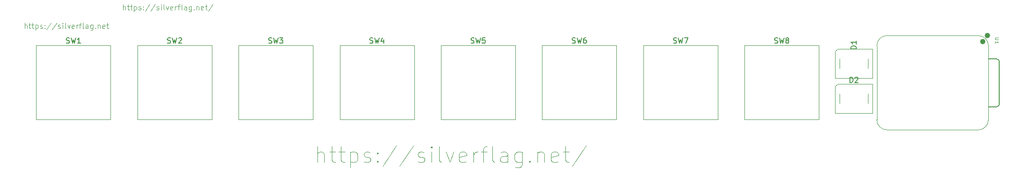
<source format=gbr>
%TF.GenerationSoftware,KiCad,Pcbnew,9.0.3*%
%TF.CreationDate,2025-07-11T23:54:28+00:00*%
%TF.ProjectId,hackpadhahaha,6861636b-7061-4646-9861-686168612e6b,rev?*%
%TF.SameCoordinates,Original*%
%TF.FileFunction,Legend,Top*%
%TF.FilePolarity,Positive*%
%FSLAX46Y46*%
G04 Gerber Fmt 4.6, Leading zero omitted, Abs format (unit mm)*
G04 Created by KiCad (PCBNEW 9.0.3) date 2025-07-11 23:54:28*
%MOMM*%
%LPD*%
G01*
G04 APERTURE LIST*
%ADD10C,0.100000*%
%ADD11C,0.101600*%
%ADD12C,0.150000*%
%ADD13C,0.127000*%
%ADD14C,0.504000*%
%ADD15C,0.120000*%
G04 APERTURE END LIST*
D10*
X145280074Y-77127657D02*
X145280074Y-74127657D01*
X146565789Y-77127657D02*
X146565789Y-75556228D01*
X146565789Y-75556228D02*
X146422931Y-75270514D01*
X146422931Y-75270514D02*
X146137217Y-75127657D01*
X146137217Y-75127657D02*
X145708646Y-75127657D01*
X145708646Y-75127657D02*
X145422931Y-75270514D01*
X145422931Y-75270514D02*
X145280074Y-75413371D01*
X147565789Y-75127657D02*
X148708646Y-75127657D01*
X147994360Y-74127657D02*
X147994360Y-76699085D01*
X147994360Y-76699085D02*
X148137217Y-76984800D01*
X148137217Y-76984800D02*
X148422932Y-77127657D01*
X148422932Y-77127657D02*
X148708646Y-77127657D01*
X149280075Y-75127657D02*
X150422932Y-75127657D01*
X149708646Y-74127657D02*
X149708646Y-76699085D01*
X149708646Y-76699085D02*
X149851503Y-76984800D01*
X149851503Y-76984800D02*
X150137218Y-77127657D01*
X150137218Y-77127657D02*
X150422932Y-77127657D01*
X151422932Y-75127657D02*
X151422932Y-78127657D01*
X151422932Y-75270514D02*
X151708647Y-75127657D01*
X151708647Y-75127657D02*
X152280075Y-75127657D01*
X152280075Y-75127657D02*
X152565789Y-75270514D01*
X152565789Y-75270514D02*
X152708647Y-75413371D01*
X152708647Y-75413371D02*
X152851504Y-75699085D01*
X152851504Y-75699085D02*
X152851504Y-76556228D01*
X152851504Y-76556228D02*
X152708647Y-76841942D01*
X152708647Y-76841942D02*
X152565789Y-76984800D01*
X152565789Y-76984800D02*
X152280075Y-77127657D01*
X152280075Y-77127657D02*
X151708647Y-77127657D01*
X151708647Y-77127657D02*
X151422932Y-76984800D01*
X153994361Y-76984800D02*
X154280075Y-77127657D01*
X154280075Y-77127657D02*
X154851504Y-77127657D01*
X154851504Y-77127657D02*
X155137218Y-76984800D01*
X155137218Y-76984800D02*
X155280075Y-76699085D01*
X155280075Y-76699085D02*
X155280075Y-76556228D01*
X155280075Y-76556228D02*
X155137218Y-76270514D01*
X155137218Y-76270514D02*
X154851504Y-76127657D01*
X154851504Y-76127657D02*
X154422933Y-76127657D01*
X154422933Y-76127657D02*
X154137218Y-75984800D01*
X154137218Y-75984800D02*
X153994361Y-75699085D01*
X153994361Y-75699085D02*
X153994361Y-75556228D01*
X153994361Y-75556228D02*
X154137218Y-75270514D01*
X154137218Y-75270514D02*
X154422933Y-75127657D01*
X154422933Y-75127657D02*
X154851504Y-75127657D01*
X154851504Y-75127657D02*
X155137218Y-75270514D01*
X156565789Y-76841942D02*
X156708646Y-76984800D01*
X156708646Y-76984800D02*
X156565789Y-77127657D01*
X156565789Y-77127657D02*
X156422932Y-76984800D01*
X156422932Y-76984800D02*
X156565789Y-76841942D01*
X156565789Y-76841942D02*
X156565789Y-77127657D01*
X156565789Y-75270514D02*
X156708646Y-75413371D01*
X156708646Y-75413371D02*
X156565789Y-75556228D01*
X156565789Y-75556228D02*
X156422932Y-75413371D01*
X156422932Y-75413371D02*
X156565789Y-75270514D01*
X156565789Y-75270514D02*
X156565789Y-75556228D01*
X160137217Y-73984800D02*
X157565789Y-77841942D01*
X163280074Y-73984800D02*
X160708646Y-77841942D01*
X164137217Y-76984800D02*
X164422931Y-77127657D01*
X164422931Y-77127657D02*
X164994360Y-77127657D01*
X164994360Y-77127657D02*
X165280074Y-76984800D01*
X165280074Y-76984800D02*
X165422931Y-76699085D01*
X165422931Y-76699085D02*
X165422931Y-76556228D01*
X165422931Y-76556228D02*
X165280074Y-76270514D01*
X165280074Y-76270514D02*
X164994360Y-76127657D01*
X164994360Y-76127657D02*
X164565789Y-76127657D01*
X164565789Y-76127657D02*
X164280074Y-75984800D01*
X164280074Y-75984800D02*
X164137217Y-75699085D01*
X164137217Y-75699085D02*
X164137217Y-75556228D01*
X164137217Y-75556228D02*
X164280074Y-75270514D01*
X164280074Y-75270514D02*
X164565789Y-75127657D01*
X164565789Y-75127657D02*
X164994360Y-75127657D01*
X164994360Y-75127657D02*
X165280074Y-75270514D01*
X166708645Y-77127657D02*
X166708645Y-75127657D01*
X166708645Y-74127657D02*
X166565788Y-74270514D01*
X166565788Y-74270514D02*
X166708645Y-74413371D01*
X166708645Y-74413371D02*
X166851502Y-74270514D01*
X166851502Y-74270514D02*
X166708645Y-74127657D01*
X166708645Y-74127657D02*
X166708645Y-74413371D01*
X168565788Y-77127657D02*
X168280073Y-76984800D01*
X168280073Y-76984800D02*
X168137216Y-76699085D01*
X168137216Y-76699085D02*
X168137216Y-74127657D01*
X169422931Y-75127657D02*
X170137217Y-77127657D01*
X170137217Y-77127657D02*
X170851502Y-75127657D01*
X173137216Y-76984800D02*
X172851502Y-77127657D01*
X172851502Y-77127657D02*
X172280074Y-77127657D01*
X172280074Y-77127657D02*
X171994359Y-76984800D01*
X171994359Y-76984800D02*
X171851502Y-76699085D01*
X171851502Y-76699085D02*
X171851502Y-75556228D01*
X171851502Y-75556228D02*
X171994359Y-75270514D01*
X171994359Y-75270514D02*
X172280074Y-75127657D01*
X172280074Y-75127657D02*
X172851502Y-75127657D01*
X172851502Y-75127657D02*
X173137216Y-75270514D01*
X173137216Y-75270514D02*
X173280074Y-75556228D01*
X173280074Y-75556228D02*
X173280074Y-75841942D01*
X173280074Y-75841942D02*
X171851502Y-76127657D01*
X174565788Y-77127657D02*
X174565788Y-75127657D01*
X174565788Y-75699085D02*
X174708645Y-75413371D01*
X174708645Y-75413371D02*
X174851503Y-75270514D01*
X174851503Y-75270514D02*
X175137217Y-75127657D01*
X175137217Y-75127657D02*
X175422931Y-75127657D01*
X175994360Y-75127657D02*
X177137217Y-75127657D01*
X176422931Y-77127657D02*
X176422931Y-74556228D01*
X176422931Y-74556228D02*
X176565788Y-74270514D01*
X176565788Y-74270514D02*
X176851503Y-74127657D01*
X176851503Y-74127657D02*
X177137217Y-74127657D01*
X178565789Y-77127657D02*
X178280074Y-76984800D01*
X178280074Y-76984800D02*
X178137217Y-76699085D01*
X178137217Y-76699085D02*
X178137217Y-74127657D01*
X180994361Y-77127657D02*
X180994361Y-75556228D01*
X180994361Y-75556228D02*
X180851503Y-75270514D01*
X180851503Y-75270514D02*
X180565789Y-75127657D01*
X180565789Y-75127657D02*
X179994361Y-75127657D01*
X179994361Y-75127657D02*
X179708646Y-75270514D01*
X180994361Y-76984800D02*
X180708646Y-77127657D01*
X180708646Y-77127657D02*
X179994361Y-77127657D01*
X179994361Y-77127657D02*
X179708646Y-76984800D01*
X179708646Y-76984800D02*
X179565789Y-76699085D01*
X179565789Y-76699085D02*
X179565789Y-76413371D01*
X179565789Y-76413371D02*
X179708646Y-76127657D01*
X179708646Y-76127657D02*
X179994361Y-75984800D01*
X179994361Y-75984800D02*
X180708646Y-75984800D01*
X180708646Y-75984800D02*
X180994361Y-75841942D01*
X183708647Y-75127657D02*
X183708647Y-77556228D01*
X183708647Y-77556228D02*
X183565789Y-77841942D01*
X183565789Y-77841942D02*
X183422932Y-77984800D01*
X183422932Y-77984800D02*
X183137218Y-78127657D01*
X183137218Y-78127657D02*
X182708647Y-78127657D01*
X182708647Y-78127657D02*
X182422932Y-77984800D01*
X183708647Y-76984800D02*
X183422932Y-77127657D01*
X183422932Y-77127657D02*
X182851504Y-77127657D01*
X182851504Y-77127657D02*
X182565789Y-76984800D01*
X182565789Y-76984800D02*
X182422932Y-76841942D01*
X182422932Y-76841942D02*
X182280075Y-76556228D01*
X182280075Y-76556228D02*
X182280075Y-75699085D01*
X182280075Y-75699085D02*
X182422932Y-75413371D01*
X182422932Y-75413371D02*
X182565789Y-75270514D01*
X182565789Y-75270514D02*
X182851504Y-75127657D01*
X182851504Y-75127657D02*
X183422932Y-75127657D01*
X183422932Y-75127657D02*
X183708647Y-75270514D01*
X185137218Y-76841942D02*
X185280075Y-76984800D01*
X185280075Y-76984800D02*
X185137218Y-77127657D01*
X185137218Y-77127657D02*
X184994361Y-76984800D01*
X184994361Y-76984800D02*
X185137218Y-76841942D01*
X185137218Y-76841942D02*
X185137218Y-77127657D01*
X186565789Y-75127657D02*
X186565789Y-77127657D01*
X186565789Y-75413371D02*
X186708646Y-75270514D01*
X186708646Y-75270514D02*
X186994361Y-75127657D01*
X186994361Y-75127657D02*
X187422932Y-75127657D01*
X187422932Y-75127657D02*
X187708646Y-75270514D01*
X187708646Y-75270514D02*
X187851504Y-75556228D01*
X187851504Y-75556228D02*
X187851504Y-77127657D01*
X190422932Y-76984800D02*
X190137218Y-77127657D01*
X190137218Y-77127657D02*
X189565790Y-77127657D01*
X189565790Y-77127657D02*
X189280075Y-76984800D01*
X189280075Y-76984800D02*
X189137218Y-76699085D01*
X189137218Y-76699085D02*
X189137218Y-75556228D01*
X189137218Y-75556228D02*
X189280075Y-75270514D01*
X189280075Y-75270514D02*
X189565790Y-75127657D01*
X189565790Y-75127657D02*
X190137218Y-75127657D01*
X190137218Y-75127657D02*
X190422932Y-75270514D01*
X190422932Y-75270514D02*
X190565790Y-75556228D01*
X190565790Y-75556228D02*
X190565790Y-75841942D01*
X190565790Y-75841942D02*
X189137218Y-76127657D01*
X191422933Y-75127657D02*
X192565790Y-75127657D01*
X191851504Y-74127657D02*
X191851504Y-76699085D01*
X191851504Y-76699085D02*
X191994361Y-76984800D01*
X191994361Y-76984800D02*
X192280076Y-77127657D01*
X192280076Y-77127657D02*
X192565790Y-77127657D01*
X195708647Y-73984800D02*
X193137219Y-77841942D01*
X108803884Y-48372419D02*
X108803884Y-47372419D01*
X109232455Y-48372419D02*
X109232455Y-47848609D01*
X109232455Y-47848609D02*
X109184836Y-47753371D01*
X109184836Y-47753371D02*
X109089598Y-47705752D01*
X109089598Y-47705752D02*
X108946741Y-47705752D01*
X108946741Y-47705752D02*
X108851503Y-47753371D01*
X108851503Y-47753371D02*
X108803884Y-47800990D01*
X109565789Y-47705752D02*
X109946741Y-47705752D01*
X109708646Y-47372419D02*
X109708646Y-48229561D01*
X109708646Y-48229561D02*
X109756265Y-48324800D01*
X109756265Y-48324800D02*
X109851503Y-48372419D01*
X109851503Y-48372419D02*
X109946741Y-48372419D01*
X110137218Y-47705752D02*
X110518170Y-47705752D01*
X110280075Y-47372419D02*
X110280075Y-48229561D01*
X110280075Y-48229561D02*
X110327694Y-48324800D01*
X110327694Y-48324800D02*
X110422932Y-48372419D01*
X110422932Y-48372419D02*
X110518170Y-48372419D01*
X110851504Y-47705752D02*
X110851504Y-48705752D01*
X110851504Y-47753371D02*
X110946742Y-47705752D01*
X110946742Y-47705752D02*
X111137218Y-47705752D01*
X111137218Y-47705752D02*
X111232456Y-47753371D01*
X111232456Y-47753371D02*
X111280075Y-47800990D01*
X111280075Y-47800990D02*
X111327694Y-47896228D01*
X111327694Y-47896228D02*
X111327694Y-48181942D01*
X111327694Y-48181942D02*
X111280075Y-48277180D01*
X111280075Y-48277180D02*
X111232456Y-48324800D01*
X111232456Y-48324800D02*
X111137218Y-48372419D01*
X111137218Y-48372419D02*
X110946742Y-48372419D01*
X110946742Y-48372419D02*
X110851504Y-48324800D01*
X111708647Y-48324800D02*
X111803885Y-48372419D01*
X111803885Y-48372419D02*
X111994361Y-48372419D01*
X111994361Y-48372419D02*
X112089599Y-48324800D01*
X112089599Y-48324800D02*
X112137218Y-48229561D01*
X112137218Y-48229561D02*
X112137218Y-48181942D01*
X112137218Y-48181942D02*
X112089599Y-48086704D01*
X112089599Y-48086704D02*
X111994361Y-48039085D01*
X111994361Y-48039085D02*
X111851504Y-48039085D01*
X111851504Y-48039085D02*
X111756266Y-47991466D01*
X111756266Y-47991466D02*
X111708647Y-47896228D01*
X111708647Y-47896228D02*
X111708647Y-47848609D01*
X111708647Y-47848609D02*
X111756266Y-47753371D01*
X111756266Y-47753371D02*
X111851504Y-47705752D01*
X111851504Y-47705752D02*
X111994361Y-47705752D01*
X111994361Y-47705752D02*
X112089599Y-47753371D01*
X112565790Y-48277180D02*
X112613409Y-48324800D01*
X112613409Y-48324800D02*
X112565790Y-48372419D01*
X112565790Y-48372419D02*
X112518171Y-48324800D01*
X112518171Y-48324800D02*
X112565790Y-48277180D01*
X112565790Y-48277180D02*
X112565790Y-48372419D01*
X112565790Y-47753371D02*
X112613409Y-47800990D01*
X112613409Y-47800990D02*
X112565790Y-47848609D01*
X112565790Y-47848609D02*
X112518171Y-47800990D01*
X112518171Y-47800990D02*
X112565790Y-47753371D01*
X112565790Y-47753371D02*
X112565790Y-47848609D01*
X113756265Y-47324800D02*
X112899123Y-48610514D01*
X114803884Y-47324800D02*
X113946742Y-48610514D01*
X115089599Y-48324800D02*
X115184837Y-48372419D01*
X115184837Y-48372419D02*
X115375313Y-48372419D01*
X115375313Y-48372419D02*
X115470551Y-48324800D01*
X115470551Y-48324800D02*
X115518170Y-48229561D01*
X115518170Y-48229561D02*
X115518170Y-48181942D01*
X115518170Y-48181942D02*
X115470551Y-48086704D01*
X115470551Y-48086704D02*
X115375313Y-48039085D01*
X115375313Y-48039085D02*
X115232456Y-48039085D01*
X115232456Y-48039085D02*
X115137218Y-47991466D01*
X115137218Y-47991466D02*
X115089599Y-47896228D01*
X115089599Y-47896228D02*
X115089599Y-47848609D01*
X115089599Y-47848609D02*
X115137218Y-47753371D01*
X115137218Y-47753371D02*
X115232456Y-47705752D01*
X115232456Y-47705752D02*
X115375313Y-47705752D01*
X115375313Y-47705752D02*
X115470551Y-47753371D01*
X115946742Y-48372419D02*
X115946742Y-47705752D01*
X115946742Y-47372419D02*
X115899123Y-47420038D01*
X115899123Y-47420038D02*
X115946742Y-47467657D01*
X115946742Y-47467657D02*
X115994361Y-47420038D01*
X115994361Y-47420038D02*
X115946742Y-47372419D01*
X115946742Y-47372419D02*
X115946742Y-47467657D01*
X116565789Y-48372419D02*
X116470551Y-48324800D01*
X116470551Y-48324800D02*
X116422932Y-48229561D01*
X116422932Y-48229561D02*
X116422932Y-47372419D01*
X116851504Y-47705752D02*
X117089599Y-48372419D01*
X117089599Y-48372419D02*
X117327694Y-47705752D01*
X118089599Y-48324800D02*
X117994361Y-48372419D01*
X117994361Y-48372419D02*
X117803885Y-48372419D01*
X117803885Y-48372419D02*
X117708647Y-48324800D01*
X117708647Y-48324800D02*
X117661028Y-48229561D01*
X117661028Y-48229561D02*
X117661028Y-47848609D01*
X117661028Y-47848609D02*
X117708647Y-47753371D01*
X117708647Y-47753371D02*
X117803885Y-47705752D01*
X117803885Y-47705752D02*
X117994361Y-47705752D01*
X117994361Y-47705752D02*
X118089599Y-47753371D01*
X118089599Y-47753371D02*
X118137218Y-47848609D01*
X118137218Y-47848609D02*
X118137218Y-47943847D01*
X118137218Y-47943847D02*
X117661028Y-48039085D01*
X118565790Y-48372419D02*
X118565790Y-47705752D01*
X118565790Y-47896228D02*
X118613409Y-47800990D01*
X118613409Y-47800990D02*
X118661028Y-47753371D01*
X118661028Y-47753371D02*
X118756266Y-47705752D01*
X118756266Y-47705752D02*
X118851504Y-47705752D01*
X119041981Y-47705752D02*
X119422933Y-47705752D01*
X119184838Y-48372419D02*
X119184838Y-47515276D01*
X119184838Y-47515276D02*
X119232457Y-47420038D01*
X119232457Y-47420038D02*
X119327695Y-47372419D01*
X119327695Y-47372419D02*
X119422933Y-47372419D01*
X119899124Y-48372419D02*
X119803886Y-48324800D01*
X119803886Y-48324800D02*
X119756267Y-48229561D01*
X119756267Y-48229561D02*
X119756267Y-47372419D01*
X120708648Y-48372419D02*
X120708648Y-47848609D01*
X120708648Y-47848609D02*
X120661029Y-47753371D01*
X120661029Y-47753371D02*
X120565791Y-47705752D01*
X120565791Y-47705752D02*
X120375315Y-47705752D01*
X120375315Y-47705752D02*
X120280077Y-47753371D01*
X120708648Y-48324800D02*
X120613410Y-48372419D01*
X120613410Y-48372419D02*
X120375315Y-48372419D01*
X120375315Y-48372419D02*
X120280077Y-48324800D01*
X120280077Y-48324800D02*
X120232458Y-48229561D01*
X120232458Y-48229561D02*
X120232458Y-48134323D01*
X120232458Y-48134323D02*
X120280077Y-48039085D01*
X120280077Y-48039085D02*
X120375315Y-47991466D01*
X120375315Y-47991466D02*
X120613410Y-47991466D01*
X120613410Y-47991466D02*
X120708648Y-47943847D01*
X121613410Y-47705752D02*
X121613410Y-48515276D01*
X121613410Y-48515276D02*
X121565791Y-48610514D01*
X121565791Y-48610514D02*
X121518172Y-48658133D01*
X121518172Y-48658133D02*
X121422934Y-48705752D01*
X121422934Y-48705752D02*
X121280077Y-48705752D01*
X121280077Y-48705752D02*
X121184839Y-48658133D01*
X121613410Y-48324800D02*
X121518172Y-48372419D01*
X121518172Y-48372419D02*
X121327696Y-48372419D01*
X121327696Y-48372419D02*
X121232458Y-48324800D01*
X121232458Y-48324800D02*
X121184839Y-48277180D01*
X121184839Y-48277180D02*
X121137220Y-48181942D01*
X121137220Y-48181942D02*
X121137220Y-47896228D01*
X121137220Y-47896228D02*
X121184839Y-47800990D01*
X121184839Y-47800990D02*
X121232458Y-47753371D01*
X121232458Y-47753371D02*
X121327696Y-47705752D01*
X121327696Y-47705752D02*
X121518172Y-47705752D01*
X121518172Y-47705752D02*
X121613410Y-47753371D01*
X122089601Y-48277180D02*
X122137220Y-48324800D01*
X122137220Y-48324800D02*
X122089601Y-48372419D01*
X122089601Y-48372419D02*
X122041982Y-48324800D01*
X122041982Y-48324800D02*
X122089601Y-48277180D01*
X122089601Y-48277180D02*
X122089601Y-48372419D01*
X122565791Y-47705752D02*
X122565791Y-48372419D01*
X122565791Y-47800990D02*
X122613410Y-47753371D01*
X122613410Y-47753371D02*
X122708648Y-47705752D01*
X122708648Y-47705752D02*
X122851505Y-47705752D01*
X122851505Y-47705752D02*
X122946743Y-47753371D01*
X122946743Y-47753371D02*
X122994362Y-47848609D01*
X122994362Y-47848609D02*
X122994362Y-48372419D01*
X123851505Y-48324800D02*
X123756267Y-48372419D01*
X123756267Y-48372419D02*
X123565791Y-48372419D01*
X123565791Y-48372419D02*
X123470553Y-48324800D01*
X123470553Y-48324800D02*
X123422934Y-48229561D01*
X123422934Y-48229561D02*
X123422934Y-47848609D01*
X123422934Y-47848609D02*
X123470553Y-47753371D01*
X123470553Y-47753371D02*
X123565791Y-47705752D01*
X123565791Y-47705752D02*
X123756267Y-47705752D01*
X123756267Y-47705752D02*
X123851505Y-47753371D01*
X123851505Y-47753371D02*
X123899124Y-47848609D01*
X123899124Y-47848609D02*
X123899124Y-47943847D01*
X123899124Y-47943847D02*
X123422934Y-48039085D01*
X124184839Y-47705752D02*
X124565791Y-47705752D01*
X124327696Y-47372419D02*
X124327696Y-48229561D01*
X124327696Y-48229561D02*
X124375315Y-48324800D01*
X124375315Y-48324800D02*
X124470553Y-48372419D01*
X124470553Y-48372419D02*
X124565791Y-48372419D01*
X125613410Y-47324800D02*
X124756268Y-48610514D01*
X90303884Y-51872419D02*
X90303884Y-50872419D01*
X90732455Y-51872419D02*
X90732455Y-51348609D01*
X90732455Y-51348609D02*
X90684836Y-51253371D01*
X90684836Y-51253371D02*
X90589598Y-51205752D01*
X90589598Y-51205752D02*
X90446741Y-51205752D01*
X90446741Y-51205752D02*
X90351503Y-51253371D01*
X90351503Y-51253371D02*
X90303884Y-51300990D01*
X91065789Y-51205752D02*
X91446741Y-51205752D01*
X91208646Y-50872419D02*
X91208646Y-51729561D01*
X91208646Y-51729561D02*
X91256265Y-51824800D01*
X91256265Y-51824800D02*
X91351503Y-51872419D01*
X91351503Y-51872419D02*
X91446741Y-51872419D01*
X91637218Y-51205752D02*
X92018170Y-51205752D01*
X91780075Y-50872419D02*
X91780075Y-51729561D01*
X91780075Y-51729561D02*
X91827694Y-51824800D01*
X91827694Y-51824800D02*
X91922932Y-51872419D01*
X91922932Y-51872419D02*
X92018170Y-51872419D01*
X92351504Y-51205752D02*
X92351504Y-52205752D01*
X92351504Y-51253371D02*
X92446742Y-51205752D01*
X92446742Y-51205752D02*
X92637218Y-51205752D01*
X92637218Y-51205752D02*
X92732456Y-51253371D01*
X92732456Y-51253371D02*
X92780075Y-51300990D01*
X92780075Y-51300990D02*
X92827694Y-51396228D01*
X92827694Y-51396228D02*
X92827694Y-51681942D01*
X92827694Y-51681942D02*
X92780075Y-51777180D01*
X92780075Y-51777180D02*
X92732456Y-51824800D01*
X92732456Y-51824800D02*
X92637218Y-51872419D01*
X92637218Y-51872419D02*
X92446742Y-51872419D01*
X92446742Y-51872419D02*
X92351504Y-51824800D01*
X93208647Y-51824800D02*
X93303885Y-51872419D01*
X93303885Y-51872419D02*
X93494361Y-51872419D01*
X93494361Y-51872419D02*
X93589599Y-51824800D01*
X93589599Y-51824800D02*
X93637218Y-51729561D01*
X93637218Y-51729561D02*
X93637218Y-51681942D01*
X93637218Y-51681942D02*
X93589599Y-51586704D01*
X93589599Y-51586704D02*
X93494361Y-51539085D01*
X93494361Y-51539085D02*
X93351504Y-51539085D01*
X93351504Y-51539085D02*
X93256266Y-51491466D01*
X93256266Y-51491466D02*
X93208647Y-51396228D01*
X93208647Y-51396228D02*
X93208647Y-51348609D01*
X93208647Y-51348609D02*
X93256266Y-51253371D01*
X93256266Y-51253371D02*
X93351504Y-51205752D01*
X93351504Y-51205752D02*
X93494361Y-51205752D01*
X93494361Y-51205752D02*
X93589599Y-51253371D01*
X94065790Y-51777180D02*
X94113409Y-51824800D01*
X94113409Y-51824800D02*
X94065790Y-51872419D01*
X94065790Y-51872419D02*
X94018171Y-51824800D01*
X94018171Y-51824800D02*
X94065790Y-51777180D01*
X94065790Y-51777180D02*
X94065790Y-51872419D01*
X94065790Y-51253371D02*
X94113409Y-51300990D01*
X94113409Y-51300990D02*
X94065790Y-51348609D01*
X94065790Y-51348609D02*
X94018171Y-51300990D01*
X94018171Y-51300990D02*
X94065790Y-51253371D01*
X94065790Y-51253371D02*
X94065790Y-51348609D01*
X95256265Y-50824800D02*
X94399123Y-52110514D01*
X96303884Y-50824800D02*
X95446742Y-52110514D01*
X96589599Y-51824800D02*
X96684837Y-51872419D01*
X96684837Y-51872419D02*
X96875313Y-51872419D01*
X96875313Y-51872419D02*
X96970551Y-51824800D01*
X96970551Y-51824800D02*
X97018170Y-51729561D01*
X97018170Y-51729561D02*
X97018170Y-51681942D01*
X97018170Y-51681942D02*
X96970551Y-51586704D01*
X96970551Y-51586704D02*
X96875313Y-51539085D01*
X96875313Y-51539085D02*
X96732456Y-51539085D01*
X96732456Y-51539085D02*
X96637218Y-51491466D01*
X96637218Y-51491466D02*
X96589599Y-51396228D01*
X96589599Y-51396228D02*
X96589599Y-51348609D01*
X96589599Y-51348609D02*
X96637218Y-51253371D01*
X96637218Y-51253371D02*
X96732456Y-51205752D01*
X96732456Y-51205752D02*
X96875313Y-51205752D01*
X96875313Y-51205752D02*
X96970551Y-51253371D01*
X97446742Y-51872419D02*
X97446742Y-51205752D01*
X97446742Y-50872419D02*
X97399123Y-50920038D01*
X97399123Y-50920038D02*
X97446742Y-50967657D01*
X97446742Y-50967657D02*
X97494361Y-50920038D01*
X97494361Y-50920038D02*
X97446742Y-50872419D01*
X97446742Y-50872419D02*
X97446742Y-50967657D01*
X98065789Y-51872419D02*
X97970551Y-51824800D01*
X97970551Y-51824800D02*
X97922932Y-51729561D01*
X97922932Y-51729561D02*
X97922932Y-50872419D01*
X98351504Y-51205752D02*
X98589599Y-51872419D01*
X98589599Y-51872419D02*
X98827694Y-51205752D01*
X99589599Y-51824800D02*
X99494361Y-51872419D01*
X99494361Y-51872419D02*
X99303885Y-51872419D01*
X99303885Y-51872419D02*
X99208647Y-51824800D01*
X99208647Y-51824800D02*
X99161028Y-51729561D01*
X99161028Y-51729561D02*
X99161028Y-51348609D01*
X99161028Y-51348609D02*
X99208647Y-51253371D01*
X99208647Y-51253371D02*
X99303885Y-51205752D01*
X99303885Y-51205752D02*
X99494361Y-51205752D01*
X99494361Y-51205752D02*
X99589599Y-51253371D01*
X99589599Y-51253371D02*
X99637218Y-51348609D01*
X99637218Y-51348609D02*
X99637218Y-51443847D01*
X99637218Y-51443847D02*
X99161028Y-51539085D01*
X100065790Y-51872419D02*
X100065790Y-51205752D01*
X100065790Y-51396228D02*
X100113409Y-51300990D01*
X100113409Y-51300990D02*
X100161028Y-51253371D01*
X100161028Y-51253371D02*
X100256266Y-51205752D01*
X100256266Y-51205752D02*
X100351504Y-51205752D01*
X100541981Y-51205752D02*
X100922933Y-51205752D01*
X100684838Y-51872419D02*
X100684838Y-51015276D01*
X100684838Y-51015276D02*
X100732457Y-50920038D01*
X100732457Y-50920038D02*
X100827695Y-50872419D01*
X100827695Y-50872419D02*
X100922933Y-50872419D01*
X101399124Y-51872419D02*
X101303886Y-51824800D01*
X101303886Y-51824800D02*
X101256267Y-51729561D01*
X101256267Y-51729561D02*
X101256267Y-50872419D01*
X102208648Y-51872419D02*
X102208648Y-51348609D01*
X102208648Y-51348609D02*
X102161029Y-51253371D01*
X102161029Y-51253371D02*
X102065791Y-51205752D01*
X102065791Y-51205752D02*
X101875315Y-51205752D01*
X101875315Y-51205752D02*
X101780077Y-51253371D01*
X102208648Y-51824800D02*
X102113410Y-51872419D01*
X102113410Y-51872419D02*
X101875315Y-51872419D01*
X101875315Y-51872419D02*
X101780077Y-51824800D01*
X101780077Y-51824800D02*
X101732458Y-51729561D01*
X101732458Y-51729561D02*
X101732458Y-51634323D01*
X101732458Y-51634323D02*
X101780077Y-51539085D01*
X101780077Y-51539085D02*
X101875315Y-51491466D01*
X101875315Y-51491466D02*
X102113410Y-51491466D01*
X102113410Y-51491466D02*
X102208648Y-51443847D01*
X103113410Y-51205752D02*
X103113410Y-52015276D01*
X103113410Y-52015276D02*
X103065791Y-52110514D01*
X103065791Y-52110514D02*
X103018172Y-52158133D01*
X103018172Y-52158133D02*
X102922934Y-52205752D01*
X102922934Y-52205752D02*
X102780077Y-52205752D01*
X102780077Y-52205752D02*
X102684839Y-52158133D01*
X103113410Y-51824800D02*
X103018172Y-51872419D01*
X103018172Y-51872419D02*
X102827696Y-51872419D01*
X102827696Y-51872419D02*
X102732458Y-51824800D01*
X102732458Y-51824800D02*
X102684839Y-51777180D01*
X102684839Y-51777180D02*
X102637220Y-51681942D01*
X102637220Y-51681942D02*
X102637220Y-51396228D01*
X102637220Y-51396228D02*
X102684839Y-51300990D01*
X102684839Y-51300990D02*
X102732458Y-51253371D01*
X102732458Y-51253371D02*
X102827696Y-51205752D01*
X102827696Y-51205752D02*
X103018172Y-51205752D01*
X103018172Y-51205752D02*
X103113410Y-51253371D01*
X103589601Y-51777180D02*
X103637220Y-51824800D01*
X103637220Y-51824800D02*
X103589601Y-51872419D01*
X103589601Y-51872419D02*
X103541982Y-51824800D01*
X103541982Y-51824800D02*
X103589601Y-51777180D01*
X103589601Y-51777180D02*
X103589601Y-51872419D01*
X104065791Y-51205752D02*
X104065791Y-51872419D01*
X104065791Y-51300990D02*
X104113410Y-51253371D01*
X104113410Y-51253371D02*
X104208648Y-51205752D01*
X104208648Y-51205752D02*
X104351505Y-51205752D01*
X104351505Y-51205752D02*
X104446743Y-51253371D01*
X104446743Y-51253371D02*
X104494362Y-51348609D01*
X104494362Y-51348609D02*
X104494362Y-51872419D01*
X105351505Y-51824800D02*
X105256267Y-51872419D01*
X105256267Y-51872419D02*
X105065791Y-51872419D01*
X105065791Y-51872419D02*
X104970553Y-51824800D01*
X104970553Y-51824800D02*
X104922934Y-51729561D01*
X104922934Y-51729561D02*
X104922934Y-51348609D01*
X104922934Y-51348609D02*
X104970553Y-51253371D01*
X104970553Y-51253371D02*
X105065791Y-51205752D01*
X105065791Y-51205752D02*
X105256267Y-51205752D01*
X105256267Y-51205752D02*
X105351505Y-51253371D01*
X105351505Y-51253371D02*
X105399124Y-51348609D01*
X105399124Y-51348609D02*
X105399124Y-51443847D01*
X105399124Y-51443847D02*
X104922934Y-51539085D01*
X105684839Y-51205752D02*
X106065791Y-51205752D01*
X105827696Y-50872419D02*
X105827696Y-51729561D01*
X105827696Y-51729561D02*
X105875315Y-51824800D01*
X105875315Y-51824800D02*
X105970553Y-51872419D01*
X105970553Y-51872419D02*
X106065791Y-51872419D01*
D11*
X273140020Y-53637184D02*
X272625973Y-53637184D01*
X272625973Y-53637184D02*
X272565497Y-53667422D01*
X272565497Y-53667422D02*
X272535259Y-53697660D01*
X272535259Y-53697660D02*
X272505020Y-53758136D01*
X272505020Y-53758136D02*
X272505020Y-53879089D01*
X272505020Y-53879089D02*
X272535259Y-53939565D01*
X272535259Y-53939565D02*
X272565497Y-53969803D01*
X272565497Y-53969803D02*
X272625973Y-54000041D01*
X272625973Y-54000041D02*
X273140020Y-54000041D01*
X272505020Y-54635041D02*
X272505020Y-54272184D01*
X272505020Y-54453612D02*
X273140020Y-54453612D01*
X273140020Y-54453612D02*
X273049306Y-54393136D01*
X273049306Y-54393136D02*
X272988830Y-54332660D01*
X272988830Y-54332660D02*
X272958592Y-54272184D01*
D12*
X231126667Y-54613200D02*
X231269524Y-54660819D01*
X231269524Y-54660819D02*
X231507619Y-54660819D01*
X231507619Y-54660819D02*
X231602857Y-54613200D01*
X231602857Y-54613200D02*
X231650476Y-54565580D01*
X231650476Y-54565580D02*
X231698095Y-54470342D01*
X231698095Y-54470342D02*
X231698095Y-54375104D01*
X231698095Y-54375104D02*
X231650476Y-54279866D01*
X231650476Y-54279866D02*
X231602857Y-54232247D01*
X231602857Y-54232247D02*
X231507619Y-54184628D01*
X231507619Y-54184628D02*
X231317143Y-54137009D01*
X231317143Y-54137009D02*
X231221905Y-54089390D01*
X231221905Y-54089390D02*
X231174286Y-54041771D01*
X231174286Y-54041771D02*
X231126667Y-53946533D01*
X231126667Y-53946533D02*
X231126667Y-53851295D01*
X231126667Y-53851295D02*
X231174286Y-53756057D01*
X231174286Y-53756057D02*
X231221905Y-53708438D01*
X231221905Y-53708438D02*
X231317143Y-53660819D01*
X231317143Y-53660819D02*
X231555238Y-53660819D01*
X231555238Y-53660819D02*
X231698095Y-53708438D01*
X232031429Y-53660819D02*
X232269524Y-54660819D01*
X232269524Y-54660819D02*
X232460000Y-53946533D01*
X232460000Y-53946533D02*
X232650476Y-54660819D01*
X232650476Y-54660819D02*
X232888572Y-53660819D01*
X233412381Y-54089390D02*
X233317143Y-54041771D01*
X233317143Y-54041771D02*
X233269524Y-53994152D01*
X233269524Y-53994152D02*
X233221905Y-53898914D01*
X233221905Y-53898914D02*
X233221905Y-53851295D01*
X233221905Y-53851295D02*
X233269524Y-53756057D01*
X233269524Y-53756057D02*
X233317143Y-53708438D01*
X233317143Y-53708438D02*
X233412381Y-53660819D01*
X233412381Y-53660819D02*
X233602857Y-53660819D01*
X233602857Y-53660819D02*
X233698095Y-53708438D01*
X233698095Y-53708438D02*
X233745714Y-53756057D01*
X233745714Y-53756057D02*
X233793333Y-53851295D01*
X233793333Y-53851295D02*
X233793333Y-53898914D01*
X233793333Y-53898914D02*
X233745714Y-53994152D01*
X233745714Y-53994152D02*
X233698095Y-54041771D01*
X233698095Y-54041771D02*
X233602857Y-54089390D01*
X233602857Y-54089390D02*
X233412381Y-54089390D01*
X233412381Y-54089390D02*
X233317143Y-54137009D01*
X233317143Y-54137009D02*
X233269524Y-54184628D01*
X233269524Y-54184628D02*
X233221905Y-54279866D01*
X233221905Y-54279866D02*
X233221905Y-54470342D01*
X233221905Y-54470342D02*
X233269524Y-54565580D01*
X233269524Y-54565580D02*
X233317143Y-54613200D01*
X233317143Y-54613200D02*
X233412381Y-54660819D01*
X233412381Y-54660819D02*
X233602857Y-54660819D01*
X233602857Y-54660819D02*
X233698095Y-54613200D01*
X233698095Y-54613200D02*
X233745714Y-54565580D01*
X233745714Y-54565580D02*
X233793333Y-54470342D01*
X233793333Y-54470342D02*
X233793333Y-54279866D01*
X233793333Y-54279866D02*
X233745714Y-54184628D01*
X233745714Y-54184628D02*
X233698095Y-54137009D01*
X233698095Y-54137009D02*
X233602857Y-54089390D01*
X212126667Y-54613200D02*
X212269524Y-54660819D01*
X212269524Y-54660819D02*
X212507619Y-54660819D01*
X212507619Y-54660819D02*
X212602857Y-54613200D01*
X212602857Y-54613200D02*
X212650476Y-54565580D01*
X212650476Y-54565580D02*
X212698095Y-54470342D01*
X212698095Y-54470342D02*
X212698095Y-54375104D01*
X212698095Y-54375104D02*
X212650476Y-54279866D01*
X212650476Y-54279866D02*
X212602857Y-54232247D01*
X212602857Y-54232247D02*
X212507619Y-54184628D01*
X212507619Y-54184628D02*
X212317143Y-54137009D01*
X212317143Y-54137009D02*
X212221905Y-54089390D01*
X212221905Y-54089390D02*
X212174286Y-54041771D01*
X212174286Y-54041771D02*
X212126667Y-53946533D01*
X212126667Y-53946533D02*
X212126667Y-53851295D01*
X212126667Y-53851295D02*
X212174286Y-53756057D01*
X212174286Y-53756057D02*
X212221905Y-53708438D01*
X212221905Y-53708438D02*
X212317143Y-53660819D01*
X212317143Y-53660819D02*
X212555238Y-53660819D01*
X212555238Y-53660819D02*
X212698095Y-53708438D01*
X213031429Y-53660819D02*
X213269524Y-54660819D01*
X213269524Y-54660819D02*
X213460000Y-53946533D01*
X213460000Y-53946533D02*
X213650476Y-54660819D01*
X213650476Y-54660819D02*
X213888572Y-53660819D01*
X214174286Y-53660819D02*
X214840952Y-53660819D01*
X214840952Y-53660819D02*
X214412381Y-54660819D01*
X193126667Y-54613200D02*
X193269524Y-54660819D01*
X193269524Y-54660819D02*
X193507619Y-54660819D01*
X193507619Y-54660819D02*
X193602857Y-54613200D01*
X193602857Y-54613200D02*
X193650476Y-54565580D01*
X193650476Y-54565580D02*
X193698095Y-54470342D01*
X193698095Y-54470342D02*
X193698095Y-54375104D01*
X193698095Y-54375104D02*
X193650476Y-54279866D01*
X193650476Y-54279866D02*
X193602857Y-54232247D01*
X193602857Y-54232247D02*
X193507619Y-54184628D01*
X193507619Y-54184628D02*
X193317143Y-54137009D01*
X193317143Y-54137009D02*
X193221905Y-54089390D01*
X193221905Y-54089390D02*
X193174286Y-54041771D01*
X193174286Y-54041771D02*
X193126667Y-53946533D01*
X193126667Y-53946533D02*
X193126667Y-53851295D01*
X193126667Y-53851295D02*
X193174286Y-53756057D01*
X193174286Y-53756057D02*
X193221905Y-53708438D01*
X193221905Y-53708438D02*
X193317143Y-53660819D01*
X193317143Y-53660819D02*
X193555238Y-53660819D01*
X193555238Y-53660819D02*
X193698095Y-53708438D01*
X194031429Y-53660819D02*
X194269524Y-54660819D01*
X194269524Y-54660819D02*
X194460000Y-53946533D01*
X194460000Y-53946533D02*
X194650476Y-54660819D01*
X194650476Y-54660819D02*
X194888572Y-53660819D01*
X195698095Y-53660819D02*
X195507619Y-53660819D01*
X195507619Y-53660819D02*
X195412381Y-53708438D01*
X195412381Y-53708438D02*
X195364762Y-53756057D01*
X195364762Y-53756057D02*
X195269524Y-53898914D01*
X195269524Y-53898914D02*
X195221905Y-54089390D01*
X195221905Y-54089390D02*
X195221905Y-54470342D01*
X195221905Y-54470342D02*
X195269524Y-54565580D01*
X195269524Y-54565580D02*
X195317143Y-54613200D01*
X195317143Y-54613200D02*
X195412381Y-54660819D01*
X195412381Y-54660819D02*
X195602857Y-54660819D01*
X195602857Y-54660819D02*
X195698095Y-54613200D01*
X195698095Y-54613200D02*
X195745714Y-54565580D01*
X195745714Y-54565580D02*
X195793333Y-54470342D01*
X195793333Y-54470342D02*
X195793333Y-54232247D01*
X195793333Y-54232247D02*
X195745714Y-54137009D01*
X195745714Y-54137009D02*
X195698095Y-54089390D01*
X195698095Y-54089390D02*
X195602857Y-54041771D01*
X195602857Y-54041771D02*
X195412381Y-54041771D01*
X195412381Y-54041771D02*
X195317143Y-54089390D01*
X195317143Y-54089390D02*
X195269524Y-54137009D01*
X195269524Y-54137009D02*
X195221905Y-54232247D01*
X174126667Y-54613200D02*
X174269524Y-54660819D01*
X174269524Y-54660819D02*
X174507619Y-54660819D01*
X174507619Y-54660819D02*
X174602857Y-54613200D01*
X174602857Y-54613200D02*
X174650476Y-54565580D01*
X174650476Y-54565580D02*
X174698095Y-54470342D01*
X174698095Y-54470342D02*
X174698095Y-54375104D01*
X174698095Y-54375104D02*
X174650476Y-54279866D01*
X174650476Y-54279866D02*
X174602857Y-54232247D01*
X174602857Y-54232247D02*
X174507619Y-54184628D01*
X174507619Y-54184628D02*
X174317143Y-54137009D01*
X174317143Y-54137009D02*
X174221905Y-54089390D01*
X174221905Y-54089390D02*
X174174286Y-54041771D01*
X174174286Y-54041771D02*
X174126667Y-53946533D01*
X174126667Y-53946533D02*
X174126667Y-53851295D01*
X174126667Y-53851295D02*
X174174286Y-53756057D01*
X174174286Y-53756057D02*
X174221905Y-53708438D01*
X174221905Y-53708438D02*
X174317143Y-53660819D01*
X174317143Y-53660819D02*
X174555238Y-53660819D01*
X174555238Y-53660819D02*
X174698095Y-53708438D01*
X175031429Y-53660819D02*
X175269524Y-54660819D01*
X175269524Y-54660819D02*
X175460000Y-53946533D01*
X175460000Y-53946533D02*
X175650476Y-54660819D01*
X175650476Y-54660819D02*
X175888572Y-53660819D01*
X176745714Y-53660819D02*
X176269524Y-53660819D01*
X176269524Y-53660819D02*
X176221905Y-54137009D01*
X176221905Y-54137009D02*
X176269524Y-54089390D01*
X176269524Y-54089390D02*
X176364762Y-54041771D01*
X176364762Y-54041771D02*
X176602857Y-54041771D01*
X176602857Y-54041771D02*
X176698095Y-54089390D01*
X176698095Y-54089390D02*
X176745714Y-54137009D01*
X176745714Y-54137009D02*
X176793333Y-54232247D01*
X176793333Y-54232247D02*
X176793333Y-54470342D01*
X176793333Y-54470342D02*
X176745714Y-54565580D01*
X176745714Y-54565580D02*
X176698095Y-54613200D01*
X176698095Y-54613200D02*
X176602857Y-54660819D01*
X176602857Y-54660819D02*
X176364762Y-54660819D01*
X176364762Y-54660819D02*
X176269524Y-54613200D01*
X176269524Y-54613200D02*
X176221905Y-54565580D01*
X155126667Y-54613200D02*
X155269524Y-54660819D01*
X155269524Y-54660819D02*
X155507619Y-54660819D01*
X155507619Y-54660819D02*
X155602857Y-54613200D01*
X155602857Y-54613200D02*
X155650476Y-54565580D01*
X155650476Y-54565580D02*
X155698095Y-54470342D01*
X155698095Y-54470342D02*
X155698095Y-54375104D01*
X155698095Y-54375104D02*
X155650476Y-54279866D01*
X155650476Y-54279866D02*
X155602857Y-54232247D01*
X155602857Y-54232247D02*
X155507619Y-54184628D01*
X155507619Y-54184628D02*
X155317143Y-54137009D01*
X155317143Y-54137009D02*
X155221905Y-54089390D01*
X155221905Y-54089390D02*
X155174286Y-54041771D01*
X155174286Y-54041771D02*
X155126667Y-53946533D01*
X155126667Y-53946533D02*
X155126667Y-53851295D01*
X155126667Y-53851295D02*
X155174286Y-53756057D01*
X155174286Y-53756057D02*
X155221905Y-53708438D01*
X155221905Y-53708438D02*
X155317143Y-53660819D01*
X155317143Y-53660819D02*
X155555238Y-53660819D01*
X155555238Y-53660819D02*
X155698095Y-53708438D01*
X156031429Y-53660819D02*
X156269524Y-54660819D01*
X156269524Y-54660819D02*
X156460000Y-53946533D01*
X156460000Y-53946533D02*
X156650476Y-54660819D01*
X156650476Y-54660819D02*
X156888572Y-53660819D01*
X157698095Y-53994152D02*
X157698095Y-54660819D01*
X157460000Y-53613200D02*
X157221905Y-54327485D01*
X157221905Y-54327485D02*
X157840952Y-54327485D01*
X136126667Y-54613200D02*
X136269524Y-54660819D01*
X136269524Y-54660819D02*
X136507619Y-54660819D01*
X136507619Y-54660819D02*
X136602857Y-54613200D01*
X136602857Y-54613200D02*
X136650476Y-54565580D01*
X136650476Y-54565580D02*
X136698095Y-54470342D01*
X136698095Y-54470342D02*
X136698095Y-54375104D01*
X136698095Y-54375104D02*
X136650476Y-54279866D01*
X136650476Y-54279866D02*
X136602857Y-54232247D01*
X136602857Y-54232247D02*
X136507619Y-54184628D01*
X136507619Y-54184628D02*
X136317143Y-54137009D01*
X136317143Y-54137009D02*
X136221905Y-54089390D01*
X136221905Y-54089390D02*
X136174286Y-54041771D01*
X136174286Y-54041771D02*
X136126667Y-53946533D01*
X136126667Y-53946533D02*
X136126667Y-53851295D01*
X136126667Y-53851295D02*
X136174286Y-53756057D01*
X136174286Y-53756057D02*
X136221905Y-53708438D01*
X136221905Y-53708438D02*
X136317143Y-53660819D01*
X136317143Y-53660819D02*
X136555238Y-53660819D01*
X136555238Y-53660819D02*
X136698095Y-53708438D01*
X137031429Y-53660819D02*
X137269524Y-54660819D01*
X137269524Y-54660819D02*
X137460000Y-53946533D01*
X137460000Y-53946533D02*
X137650476Y-54660819D01*
X137650476Y-54660819D02*
X137888572Y-53660819D01*
X138174286Y-53660819D02*
X138793333Y-53660819D01*
X138793333Y-53660819D02*
X138460000Y-54041771D01*
X138460000Y-54041771D02*
X138602857Y-54041771D01*
X138602857Y-54041771D02*
X138698095Y-54089390D01*
X138698095Y-54089390D02*
X138745714Y-54137009D01*
X138745714Y-54137009D02*
X138793333Y-54232247D01*
X138793333Y-54232247D02*
X138793333Y-54470342D01*
X138793333Y-54470342D02*
X138745714Y-54565580D01*
X138745714Y-54565580D02*
X138698095Y-54613200D01*
X138698095Y-54613200D02*
X138602857Y-54660819D01*
X138602857Y-54660819D02*
X138317143Y-54660819D01*
X138317143Y-54660819D02*
X138221905Y-54613200D01*
X138221905Y-54613200D02*
X138174286Y-54565580D01*
X117126667Y-54613200D02*
X117269524Y-54660819D01*
X117269524Y-54660819D02*
X117507619Y-54660819D01*
X117507619Y-54660819D02*
X117602857Y-54613200D01*
X117602857Y-54613200D02*
X117650476Y-54565580D01*
X117650476Y-54565580D02*
X117698095Y-54470342D01*
X117698095Y-54470342D02*
X117698095Y-54375104D01*
X117698095Y-54375104D02*
X117650476Y-54279866D01*
X117650476Y-54279866D02*
X117602857Y-54232247D01*
X117602857Y-54232247D02*
X117507619Y-54184628D01*
X117507619Y-54184628D02*
X117317143Y-54137009D01*
X117317143Y-54137009D02*
X117221905Y-54089390D01*
X117221905Y-54089390D02*
X117174286Y-54041771D01*
X117174286Y-54041771D02*
X117126667Y-53946533D01*
X117126667Y-53946533D02*
X117126667Y-53851295D01*
X117126667Y-53851295D02*
X117174286Y-53756057D01*
X117174286Y-53756057D02*
X117221905Y-53708438D01*
X117221905Y-53708438D02*
X117317143Y-53660819D01*
X117317143Y-53660819D02*
X117555238Y-53660819D01*
X117555238Y-53660819D02*
X117698095Y-53708438D01*
X118031429Y-53660819D02*
X118269524Y-54660819D01*
X118269524Y-54660819D02*
X118460000Y-53946533D01*
X118460000Y-53946533D02*
X118650476Y-54660819D01*
X118650476Y-54660819D02*
X118888572Y-53660819D01*
X119221905Y-53756057D02*
X119269524Y-53708438D01*
X119269524Y-53708438D02*
X119364762Y-53660819D01*
X119364762Y-53660819D02*
X119602857Y-53660819D01*
X119602857Y-53660819D02*
X119698095Y-53708438D01*
X119698095Y-53708438D02*
X119745714Y-53756057D01*
X119745714Y-53756057D02*
X119793333Y-53851295D01*
X119793333Y-53851295D02*
X119793333Y-53946533D01*
X119793333Y-53946533D02*
X119745714Y-54089390D01*
X119745714Y-54089390D02*
X119174286Y-54660819D01*
X119174286Y-54660819D02*
X119793333Y-54660819D01*
X98126667Y-54613200D02*
X98269524Y-54660819D01*
X98269524Y-54660819D02*
X98507619Y-54660819D01*
X98507619Y-54660819D02*
X98602857Y-54613200D01*
X98602857Y-54613200D02*
X98650476Y-54565580D01*
X98650476Y-54565580D02*
X98698095Y-54470342D01*
X98698095Y-54470342D02*
X98698095Y-54375104D01*
X98698095Y-54375104D02*
X98650476Y-54279866D01*
X98650476Y-54279866D02*
X98602857Y-54232247D01*
X98602857Y-54232247D02*
X98507619Y-54184628D01*
X98507619Y-54184628D02*
X98317143Y-54137009D01*
X98317143Y-54137009D02*
X98221905Y-54089390D01*
X98221905Y-54089390D02*
X98174286Y-54041771D01*
X98174286Y-54041771D02*
X98126667Y-53946533D01*
X98126667Y-53946533D02*
X98126667Y-53851295D01*
X98126667Y-53851295D02*
X98174286Y-53756057D01*
X98174286Y-53756057D02*
X98221905Y-53708438D01*
X98221905Y-53708438D02*
X98317143Y-53660819D01*
X98317143Y-53660819D02*
X98555238Y-53660819D01*
X98555238Y-53660819D02*
X98698095Y-53708438D01*
X99031429Y-53660819D02*
X99269524Y-54660819D01*
X99269524Y-54660819D02*
X99460000Y-53946533D01*
X99460000Y-53946533D02*
X99650476Y-54660819D01*
X99650476Y-54660819D02*
X99888572Y-53660819D01*
X100793333Y-54660819D02*
X100221905Y-54660819D01*
X100507619Y-54660819D02*
X100507619Y-53660819D01*
X100507619Y-53660819D02*
X100412381Y-53803676D01*
X100412381Y-53803676D02*
X100317143Y-53898914D01*
X100317143Y-53898914D02*
X100221905Y-53946533D01*
X245261905Y-62074819D02*
X245261905Y-61074819D01*
X245261905Y-61074819D02*
X245500000Y-61074819D01*
X245500000Y-61074819D02*
X245642857Y-61122438D01*
X245642857Y-61122438D02*
X245738095Y-61217676D01*
X245738095Y-61217676D02*
X245785714Y-61312914D01*
X245785714Y-61312914D02*
X245833333Y-61503390D01*
X245833333Y-61503390D02*
X245833333Y-61646247D01*
X245833333Y-61646247D02*
X245785714Y-61836723D01*
X245785714Y-61836723D02*
X245738095Y-61931961D01*
X245738095Y-61931961D02*
X245642857Y-62027200D01*
X245642857Y-62027200D02*
X245500000Y-62074819D01*
X245500000Y-62074819D02*
X245261905Y-62074819D01*
X246214286Y-61170057D02*
X246261905Y-61122438D01*
X246261905Y-61122438D02*
X246357143Y-61074819D01*
X246357143Y-61074819D02*
X246595238Y-61074819D01*
X246595238Y-61074819D02*
X246690476Y-61122438D01*
X246690476Y-61122438D02*
X246738095Y-61170057D01*
X246738095Y-61170057D02*
X246785714Y-61265295D01*
X246785714Y-61265295D02*
X246785714Y-61360533D01*
X246785714Y-61360533D02*
X246738095Y-61503390D01*
X246738095Y-61503390D02*
X246166667Y-62074819D01*
X246166667Y-62074819D02*
X246785714Y-62074819D01*
X246454819Y-55738094D02*
X245454819Y-55738094D01*
X245454819Y-55738094D02*
X245454819Y-55499999D01*
X245454819Y-55499999D02*
X245502438Y-55357142D01*
X245502438Y-55357142D02*
X245597676Y-55261904D01*
X245597676Y-55261904D02*
X245692914Y-55214285D01*
X245692914Y-55214285D02*
X245883390Y-55166666D01*
X245883390Y-55166666D02*
X246026247Y-55166666D01*
X246026247Y-55166666D02*
X246216723Y-55214285D01*
X246216723Y-55214285D02*
X246311961Y-55261904D01*
X246311961Y-55261904D02*
X246407200Y-55357142D01*
X246407200Y-55357142D02*
X246454819Y-55499999D01*
X246454819Y-55499999D02*
X246454819Y-55738094D01*
X246454819Y-54214285D02*
X246454819Y-54785713D01*
X246454819Y-54499999D02*
X245454819Y-54499999D01*
X245454819Y-54499999D02*
X245597676Y-54595237D01*
X245597676Y-54595237D02*
X245692914Y-54690475D01*
X245692914Y-54690475D02*
X245740533Y-54785713D01*
D10*
%TO.C,U1*%
X252221000Y-53230000D02*
X269366000Y-53230000D01*
X250316000Y-55135000D02*
X250316000Y-69105000D01*
D13*
X271280000Y-57645000D02*
X272821284Y-57645716D01*
X273321012Y-58145716D02*
X273321012Y-66140988D01*
X272821012Y-66640988D02*
X271277000Y-66642000D01*
D10*
X271271000Y-69105000D02*
X271271000Y-55135000D01*
X271268000Y-69128000D02*
X271268000Y-55158000D01*
X252221000Y-71010000D02*
X269366000Y-71010000D01*
X269366000Y-53230000D02*
G75*
G02*
X271271000Y-55135000I-1J-1905001D01*
G01*
X250316000Y-55135000D02*
G75*
G02*
X252221000Y-53230000I1905001J-1D01*
G01*
D13*
X272821284Y-57645716D02*
G75*
G02*
X273321012Y-58145716I-403J-500131D01*
G01*
X273321012Y-66140988D02*
G75*
G02*
X272821012Y-66641006I-500012J-6D01*
G01*
D10*
X271271000Y-69105000D02*
G75*
G02*
X269366000Y-71009994I-1905000J6D01*
G01*
X252221000Y-71010000D02*
G75*
G02*
X250315994Y-69105000I0J1905006D01*
G01*
D14*
X271336000Y-53220000D02*
G75*
G02*
X270832000Y-53220000I-252000J0D01*
G01*
X270832000Y-53220000D02*
G75*
G02*
X271336000Y-53220000I252000J0D01*
G01*
X270456000Y-54363000D02*
G75*
G02*
X269952000Y-54363000I-252000J0D01*
G01*
X269952000Y-54363000D02*
G75*
G02*
X270456000Y-54363000I252000J0D01*
G01*
D15*
%TO.C,SW8*%
X225475000Y-55095000D02*
X239445000Y-55095000D01*
X225475000Y-69065000D02*
X225475000Y-55095000D01*
X239445000Y-55095000D02*
X239445000Y-69065000D01*
X239445000Y-69065000D02*
X225475000Y-69065000D01*
%TO.C,SW7*%
X206475000Y-55095000D02*
X220445000Y-55095000D01*
X206475000Y-69065000D02*
X206475000Y-55095000D01*
X220445000Y-55095000D02*
X220445000Y-69065000D01*
X220445000Y-69065000D02*
X206475000Y-69065000D01*
%TO.C,SW6*%
X187475000Y-55095000D02*
X201445000Y-55095000D01*
X187475000Y-69065000D02*
X187475000Y-55095000D01*
X201445000Y-55095000D02*
X201445000Y-69065000D01*
X201445000Y-69065000D02*
X187475000Y-69065000D01*
%TO.C,SW5*%
X168475000Y-55095000D02*
X182445000Y-55095000D01*
X168475000Y-69065000D02*
X168475000Y-55095000D01*
X182445000Y-55095000D02*
X182445000Y-69065000D01*
X182445000Y-69065000D02*
X168475000Y-69065000D01*
%TO.C,SW4*%
X149475000Y-55095000D02*
X163445000Y-55095000D01*
X149475000Y-69065000D02*
X149475000Y-55095000D01*
X163445000Y-55095000D02*
X163445000Y-69065000D01*
X163445000Y-69065000D02*
X149475000Y-69065000D01*
%TO.C,SW3*%
X130475000Y-55095000D02*
X144445000Y-55095000D01*
X130475000Y-69065000D02*
X130475000Y-55095000D01*
X144445000Y-55095000D02*
X144445000Y-69065000D01*
X144445000Y-69065000D02*
X130475000Y-69065000D01*
%TO.C,SW2*%
X111475000Y-55095000D02*
X125445000Y-55095000D01*
X111475000Y-69065000D02*
X111475000Y-55095000D01*
X125445000Y-55095000D02*
X125445000Y-69065000D01*
X125445000Y-69065000D02*
X111475000Y-69065000D01*
%TO.C,SW1*%
X92475000Y-55095000D02*
X106445000Y-55095000D01*
X92475000Y-69065000D02*
X92475000Y-55095000D01*
X106445000Y-55095000D02*
X106445000Y-69065000D01*
X106445000Y-69065000D02*
X92475000Y-69065000D01*
%TO.C,D2*%
X242500000Y-62820000D02*
X242500000Y-67870000D01*
X242950000Y-62370000D02*
X242500000Y-62820000D01*
X243300000Y-64220000D02*
X243300000Y-66020000D01*
X248700000Y-64220000D02*
X248700000Y-66020000D01*
X249500000Y-62370000D02*
X242950000Y-62370000D01*
X249500000Y-67870000D02*
X242500000Y-67870000D01*
X249500000Y-67870000D02*
X249500000Y-62370000D01*
%TO.C,D1*%
X242500000Y-56200000D02*
X242500000Y-61250000D01*
X242950000Y-55750000D02*
X242500000Y-56200000D01*
X243300000Y-57600000D02*
X243300000Y-59400000D01*
X248700000Y-57600000D02*
X248700000Y-59400000D01*
X249500000Y-55750000D02*
X242950000Y-55750000D01*
X249500000Y-61250000D02*
X242500000Y-61250000D01*
X249500000Y-61250000D02*
X249500000Y-55750000D01*
%TD*%
M02*

</source>
